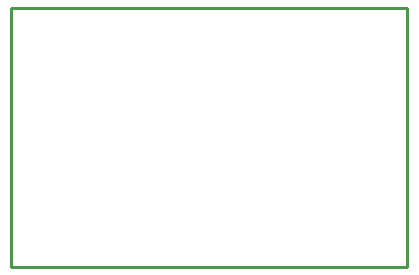
<source format=gko>
G04 Layer: BoardOutline*
G04 EasyEDA v6.1.33, Mon, 29 Apr 2019 08:20:16 GMT*
G04 411861b6da474a0787508d96397a8606,b00fa10de7d64fab8ce431aff4cbea96,10*
G04 Gerber Generator version 0.2*
G04 Scale: 100 percent, Rotated: No, Reflected: No *
G04 Dimensions in inches *
G04 leading zeros omitted , absolute positions ,2 integer and 4 decimal *
%FSLAX24Y24*%
%MOIN*%
G90*
G70D02*

%ADD10C,0.010000*%
G54D10*
G01X13139Y8640D02*
G01X13200Y8640D01*
G01X13200Y0D01*
G01X0Y0D01*
G01X0Y8640D01*
G01X13139Y8640D01*

%LPD*%
M00*
M02*

</source>
